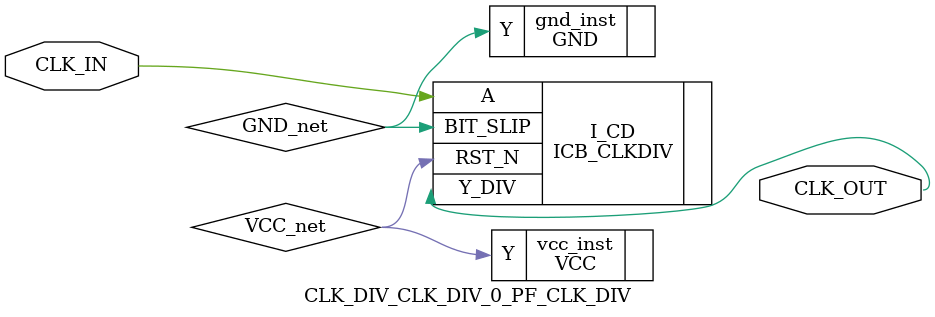
<source format=v>
`timescale 1 ns/100 ps


module CLK_DIV_CLK_DIV_0_PF_CLK_DIV(
       CLK_IN,
       CLK_OUT
    );
input  CLK_IN;
output CLK_OUT;

    wire GND_net, VCC_net;
    
    ICB_CLKDIV #( .DIVIDER(3'b010) )  I_CD (.RST_N(VCC_net), .BIT_SLIP(
        GND_net), .A(CLK_IN), .Y_DIV(CLK_OUT));
    VCC vcc_inst (.Y(VCC_net));
    GND gnd_inst (.Y(GND_net));
    
endmodule

</source>
